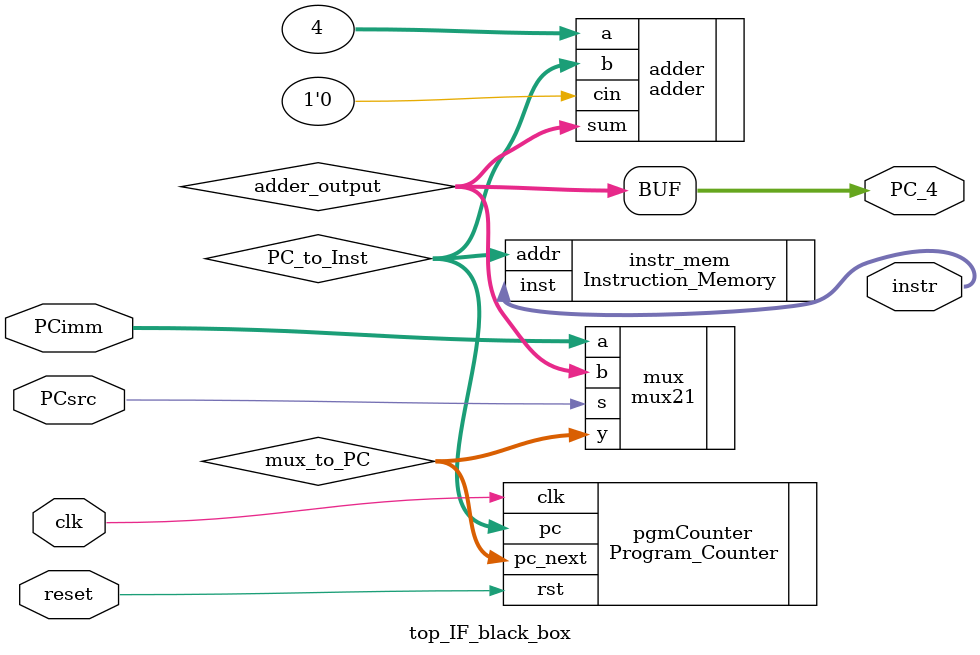
<source format=sv>
module top_IF_black_box#(parameter N = 32) (
  input logic clk,
  input logic reset,
  input logic PCsrc,
  input logic [N-1:0] PCimm,
  output logic [N-1:0] PC_4,
  output logic [N-1:0] instr
);
  
 
  logic [N-1:0] mux_to_PC, PC_to_Inst, adder_output;
 
  
  mux21 #(32) mux(
    .a(PCimm),
    .b(adder_output),
    .s(PCsrc),
    .y(mux_to_PC)
  );
  
  Program_Counter#(32) pgmCounter(
    .clk(clk),
    .rst(reset),
    .pc_next(mux_to_PC),
    .pc(PC_to_Inst)
  );
  
  Instruction_Memory#(1024,32) instr_mem (
    .addr(PC_to_Inst),
    .inst(instr)
  );
  
  adder#(32) adder (
    .a(32'd4),
    .b(PC_to_Inst),
    .cin(1'b0),
    .sum(adder_output)
//    .sum(PC_4)
  );
  
  assign PC_4 = adder_output;
  
  
endmodule
</source>
